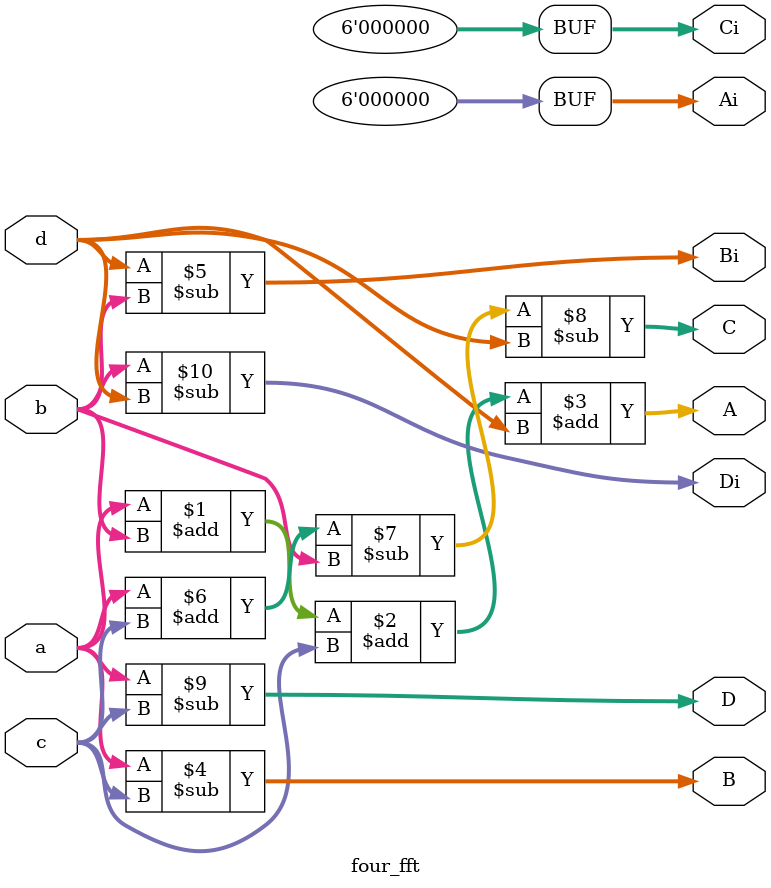
<source format=v>
module four_fft(a,b,c,d,A,Ai,B,Bi,C,Ci,D,Di);
input [3:0] a,b,c,d;
output [5:0] A,Ai,B,Bi,C,Ci,D,Di;

assign A = a+b+c+d;
assign Ai =0;
assign B =a-c;
assign Bi =d-b;
assign C= a+c-b-d;
assign Ci=0;
assign D= a-c;
assign Di= b-d;

endmodule
</source>
